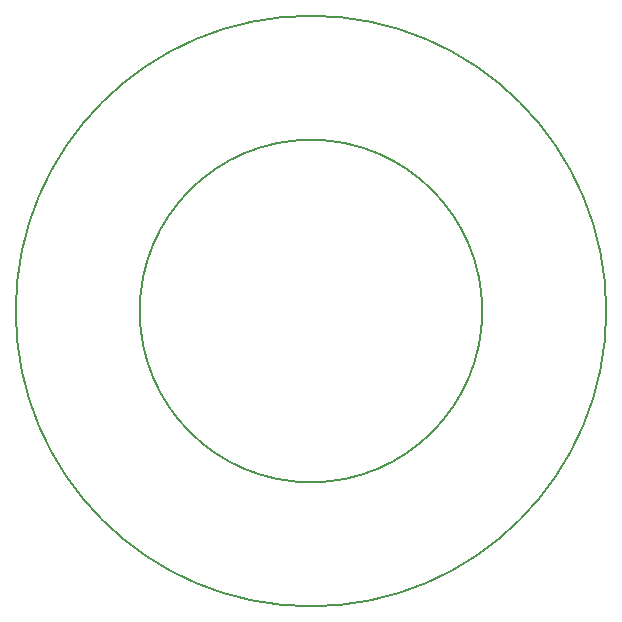
<source format=gm1>
G04 #@! TF.FileFunction,Profile,NP*
%FSLAX46Y46*%
G04 Gerber Fmt 4.6, Leading zero omitted, Abs format (unit mm)*
G04 Created by KiCad (PCBNEW 4.0.1-stable) date 2/4/2016 5:51:54 PM*
%MOMM*%
G01*
G04 APERTURE LIST*
%ADD10C,0.100000*%
%ADD11C,0.150000*%
G04 APERTURE END LIST*
D10*
D11*
X192500000Y-75000000D02*
G75*
G03X192500000Y-75000000I-14500000J0D01*
G01*
X203000000Y-75000000D02*
G75*
G03X203000000Y-75000000I-25000000J0D01*
G01*
M02*

</source>
